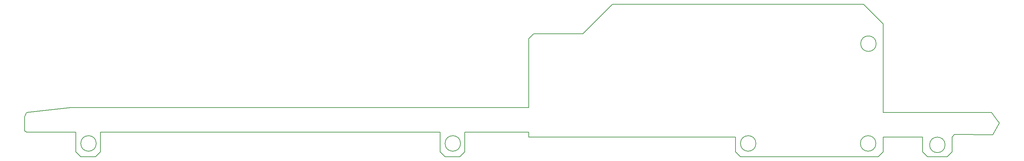
<source format=gm1>
%TF.GenerationSoftware,KiCad,Pcbnew,5.1.7-a382d34a8~87~ubuntu18.04.1*%
%TF.CreationDate,2020-11-02T20:34:46+02:00*%
%TF.ProjectId,sens-rf-1w-1-kicad,73656e73-2d72-4662-9d31-772d312d6b69,0.0*%
%TF.SameCoordinates,Original*%
%TF.FileFunction,Profile,NP*%
%FSLAX46Y46*%
G04 Gerber Fmt 4.6, Leading zero omitted, Abs format (unit mm)*
G04 Created by KiCad (PCBNEW 5.1.7-a382d34a8~87~ubuntu18.04.1) date 2020-11-02 20:34:46*
%MOMM*%
%LPD*%
G01*
G04 APERTURE LIST*
%TA.AperFunction,Profile*%
%ADD10C,0.200000*%
%TD*%
G04 APERTURE END LIST*
D10*
X263508526Y-150474875D02*
X262890000Y-151130000D01*
X273398963Y-150494230D02*
X263508526Y-150474875D01*
X275063499Y-147513550D02*
X273398963Y-150494230D01*
X274695752Y-147010318D02*
X275063499Y-147513550D01*
X273050000Y-144780000D02*
X274695752Y-147010318D01*
X245110000Y-144780000D02*
X273050000Y-144780000D01*
X175260000Y-116840000D02*
X240030000Y-116840000D01*
X167640000Y-124460000D02*
X175260000Y-116840000D01*
X154940000Y-124460000D02*
X167640000Y-124460000D01*
X153670000Y-125730000D02*
X154940000Y-124460000D01*
X36830000Y-149860000D02*
X24130000Y-149860000D01*
X36830000Y-154940000D02*
X36830000Y-149860000D01*
X38100000Y-156210000D02*
X36830000Y-154940000D01*
X41910000Y-156210000D02*
X38100000Y-156210000D01*
X43180000Y-154940000D02*
X41910000Y-156210000D01*
X43180000Y-149860000D02*
X43180000Y-154940000D01*
X130810000Y-149860000D02*
X43180000Y-149860000D01*
X130810000Y-154940000D02*
X130810000Y-149860000D01*
X132080000Y-156210000D02*
X130810000Y-154940000D01*
X135890000Y-156210000D02*
X132080000Y-156210000D01*
X137160000Y-154940000D02*
X135890000Y-156210000D01*
X137160000Y-149860000D02*
X137160000Y-154940000D01*
X153670000Y-149860000D02*
X137160000Y-149860000D01*
X42100000Y-152764706D02*
G75*
G03*
X42100000Y-152764706I-2000000J0D01*
G01*
X136080000Y-152764706D02*
G75*
G03*
X136080000Y-152764706I-2000000J0D01*
G01*
X243300000Y-127000000D02*
G75*
G03*
X243300000Y-127000000I-2000000J0D01*
G01*
X212280000Y-152764706D02*
G75*
G03*
X212280000Y-152764706I-2000000J0D01*
G01*
X207010000Y-154940000D02*
X207010000Y-151130000D01*
X208280000Y-156210000D02*
X207010000Y-154940000D01*
X243840000Y-156210000D02*
X208280000Y-156210000D01*
X245110000Y-154940000D02*
X243840000Y-156210000D01*
X245110000Y-151130000D02*
X245110000Y-154940000D01*
X255270000Y-154940000D02*
X255270000Y-151130000D01*
X256540000Y-156210000D02*
X255270000Y-154940000D01*
X261620000Y-156210000D02*
X256540000Y-156210000D01*
X262890000Y-154940000D02*
X262890000Y-151130000D01*
X261620000Y-156210000D02*
X262890000Y-154940000D01*
X261080000Y-153130000D02*
G75*
G03*
X261080000Y-153130000I-2000000J0D01*
G01*
X245110000Y-151130000D02*
X255270000Y-151130000D01*
X243224069Y-152764706D02*
G75*
G03*
X243224069Y-152764706I-2000000J0D01*
G01*
X23664154Y-149482898D02*
X24130000Y-149860000D01*
X23664154Y-145883109D02*
X23664154Y-149482898D01*
X24130000Y-144780000D02*
X23664154Y-145883109D01*
X35560000Y-143510000D02*
X24130000Y-144780000D01*
X153670000Y-143510000D02*
X35560000Y-143510000D01*
X190500000Y-151130000D02*
X207010000Y-151130000D01*
X153670000Y-151130000D02*
X153670000Y-149860000D01*
X190500000Y-151130000D02*
X153670000Y-151130000D01*
X245110000Y-121920000D02*
X245110000Y-144780000D01*
X240030000Y-116840000D02*
X245110000Y-121920000D01*
X153670000Y-143510000D02*
X153670000Y-125730000D01*
M02*

</source>
